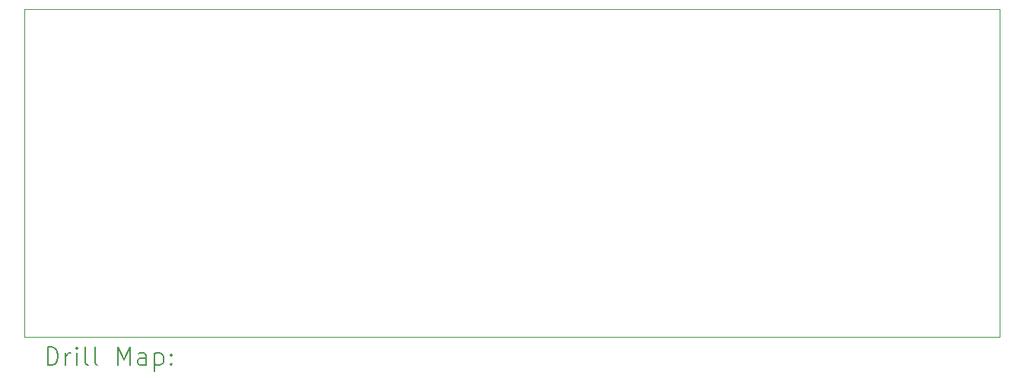
<source format=gbr>
%TF.GenerationSoftware,KiCad,Pcbnew,8.0.0*%
%TF.CreationDate,2025-02-04T21:38:55+01:00*%
%TF.ProjectId,ni404,6e693430-342e-46b6-9963-61645f706362,rev?*%
%TF.SameCoordinates,Original*%
%TF.FileFunction,Drillmap*%
%TF.FilePolarity,Positive*%
%FSLAX45Y45*%
G04 Gerber Fmt 4.5, Leading zero omitted, Abs format (unit mm)*
G04 Created by KiCad (PCBNEW 8.0.0) date 2025-02-04 21:38:55*
%MOMM*%
%LPD*%
G01*
G04 APERTURE LIST*
%ADD10C,0.050000*%
%ADD11C,0.200000*%
G04 APERTURE END LIST*
D10*
X3098000Y-2504000D02*
X13948000Y-2504000D01*
X13948000Y-6150000D01*
X3098000Y-6150000D01*
X3098000Y-2504000D01*
D11*
X3356277Y-6463984D02*
X3356277Y-6263984D01*
X3356277Y-6263984D02*
X3403896Y-6263984D01*
X3403896Y-6263984D02*
X3432467Y-6273508D01*
X3432467Y-6273508D02*
X3451515Y-6292555D01*
X3451515Y-6292555D02*
X3461039Y-6311603D01*
X3461039Y-6311603D02*
X3470562Y-6349698D01*
X3470562Y-6349698D02*
X3470562Y-6378269D01*
X3470562Y-6378269D02*
X3461039Y-6416365D01*
X3461039Y-6416365D02*
X3451515Y-6435412D01*
X3451515Y-6435412D02*
X3432467Y-6454460D01*
X3432467Y-6454460D02*
X3403896Y-6463984D01*
X3403896Y-6463984D02*
X3356277Y-6463984D01*
X3556277Y-6463984D02*
X3556277Y-6330650D01*
X3556277Y-6368746D02*
X3565801Y-6349698D01*
X3565801Y-6349698D02*
X3575324Y-6340174D01*
X3575324Y-6340174D02*
X3594372Y-6330650D01*
X3594372Y-6330650D02*
X3613420Y-6330650D01*
X3680086Y-6463984D02*
X3680086Y-6330650D01*
X3680086Y-6263984D02*
X3670562Y-6273508D01*
X3670562Y-6273508D02*
X3680086Y-6283031D01*
X3680086Y-6283031D02*
X3689610Y-6273508D01*
X3689610Y-6273508D02*
X3680086Y-6263984D01*
X3680086Y-6263984D02*
X3680086Y-6283031D01*
X3803896Y-6463984D02*
X3784848Y-6454460D01*
X3784848Y-6454460D02*
X3775324Y-6435412D01*
X3775324Y-6435412D02*
X3775324Y-6263984D01*
X3908658Y-6463984D02*
X3889610Y-6454460D01*
X3889610Y-6454460D02*
X3880086Y-6435412D01*
X3880086Y-6435412D02*
X3880086Y-6263984D01*
X4137229Y-6463984D02*
X4137229Y-6263984D01*
X4137229Y-6263984D02*
X4203896Y-6406841D01*
X4203896Y-6406841D02*
X4270563Y-6263984D01*
X4270563Y-6263984D02*
X4270563Y-6463984D01*
X4451515Y-6463984D02*
X4451515Y-6359222D01*
X4451515Y-6359222D02*
X4441991Y-6340174D01*
X4441991Y-6340174D02*
X4422944Y-6330650D01*
X4422944Y-6330650D02*
X4384848Y-6330650D01*
X4384848Y-6330650D02*
X4365801Y-6340174D01*
X4451515Y-6454460D02*
X4432467Y-6463984D01*
X4432467Y-6463984D02*
X4384848Y-6463984D01*
X4384848Y-6463984D02*
X4365801Y-6454460D01*
X4365801Y-6454460D02*
X4356277Y-6435412D01*
X4356277Y-6435412D02*
X4356277Y-6416365D01*
X4356277Y-6416365D02*
X4365801Y-6397317D01*
X4365801Y-6397317D02*
X4384848Y-6387793D01*
X4384848Y-6387793D02*
X4432467Y-6387793D01*
X4432467Y-6387793D02*
X4451515Y-6378269D01*
X4546753Y-6330650D02*
X4546753Y-6530650D01*
X4546753Y-6340174D02*
X4565801Y-6330650D01*
X4565801Y-6330650D02*
X4603896Y-6330650D01*
X4603896Y-6330650D02*
X4622944Y-6340174D01*
X4622944Y-6340174D02*
X4632467Y-6349698D01*
X4632467Y-6349698D02*
X4641991Y-6368746D01*
X4641991Y-6368746D02*
X4641991Y-6425888D01*
X4641991Y-6425888D02*
X4632467Y-6444936D01*
X4632467Y-6444936D02*
X4622944Y-6454460D01*
X4622944Y-6454460D02*
X4603896Y-6463984D01*
X4603896Y-6463984D02*
X4565801Y-6463984D01*
X4565801Y-6463984D02*
X4546753Y-6454460D01*
X4727705Y-6444936D02*
X4737229Y-6454460D01*
X4737229Y-6454460D02*
X4727705Y-6463984D01*
X4727705Y-6463984D02*
X4718182Y-6454460D01*
X4718182Y-6454460D02*
X4727705Y-6444936D01*
X4727705Y-6444936D02*
X4727705Y-6463984D01*
X4727705Y-6340174D02*
X4737229Y-6349698D01*
X4737229Y-6349698D02*
X4727705Y-6359222D01*
X4727705Y-6359222D02*
X4718182Y-6349698D01*
X4718182Y-6349698D02*
X4727705Y-6340174D01*
X4727705Y-6340174D02*
X4727705Y-6359222D01*
M02*

</source>
